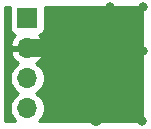
<source format=gbl>
%TF.GenerationSoftware,KiCad,Pcbnew,(5.1.6-0-10_14)*%
%TF.CreationDate,2021-01-06T14:26:18+09:00*%
%TF.ProjectId,qPCR-xtal,71504352-2d78-4746-916c-2e6b69636164,rev?*%
%TF.SameCoordinates,Original*%
%TF.FileFunction,Copper,L2,Bot*%
%TF.FilePolarity,Positive*%
%FSLAX46Y46*%
G04 Gerber Fmt 4.6, Leading zero omitted, Abs format (unit mm)*
G04 Created by KiCad (PCBNEW (5.1.6-0-10_14)) date 2021-01-06 14:26:18*
%MOMM*%
%LPD*%
G01*
G04 APERTURE LIST*
%TA.AperFunction,ComponentPad*%
%ADD10O,1.700000X1.700000*%
%TD*%
%TA.AperFunction,ComponentPad*%
%ADD11R,1.700000X1.700000*%
%TD*%
%TA.AperFunction,ViaPad*%
%ADD12C,0.800000*%
%TD*%
%TA.AperFunction,Conductor*%
%ADD13C,1.524000*%
%TD*%
%TA.AperFunction,Conductor*%
%ADD14C,1.016000*%
%TD*%
%TA.AperFunction,Conductor*%
%ADD15C,0.254000*%
%TD*%
G04 APERTURE END LIST*
D10*
%TO.P,J1,4*%
%TO.N,OUT*%
X132050000Y-122745001D03*
%TO.P,J1,3*%
%TO.N,IN*%
X132050000Y-120205001D03*
%TO.P,J1,2*%
%TO.N,GND*%
X132050000Y-117665001D03*
D11*
%TO.P,J1,1*%
%TO.N,VCC*%
X132050000Y-115125001D03*
%TD*%
D12*
%TO.N,GND*%
X139000000Y-117950000D03*
X141850000Y-117950000D03*
X140500000Y-116500000D03*
X139050000Y-114200000D03*
X141850000Y-114200000D03*
X138950000Y-120750000D03*
X141800000Y-123850000D03*
X137850000Y-123850000D03*
X134300000Y-116950000D03*
%TD*%
D13*
%TO.N,GND*%
X135865001Y-117665001D02*
X138950000Y-120750000D01*
X132050000Y-117665001D02*
X135865001Y-117665001D01*
D14*
X138950000Y-122641990D02*
X137850000Y-123741990D01*
X138950000Y-120750000D02*
X138950000Y-122641990D01*
%TD*%
D15*
%TO.N,GND*%
G36*
X130561928Y-114275001D02*
G01*
X130561928Y-115975001D01*
X130574188Y-116099483D01*
X130610498Y-116219181D01*
X130669463Y-116329495D01*
X130748815Y-116426186D01*
X130845506Y-116505538D01*
X130955820Y-116564503D01*
X131036466Y-116588967D01*
X130952412Y-116664732D01*
X130778359Y-116898081D01*
X130653175Y-117160902D01*
X130608524Y-117308111D01*
X130729845Y-117538001D01*
X131923000Y-117538001D01*
X131923000Y-117518001D01*
X132177000Y-117518001D01*
X132177000Y-117538001D01*
X133370155Y-117538001D01*
X133491476Y-117308111D01*
X133446825Y-117160902D01*
X133321641Y-116898081D01*
X133147588Y-116664732D01*
X133063534Y-116588967D01*
X133144180Y-116564503D01*
X133254494Y-116505538D01*
X133351185Y-116426186D01*
X133430537Y-116329495D01*
X133489502Y-116219181D01*
X133525812Y-116099483D01*
X133538072Y-115975001D01*
X133538072Y-114275001D01*
X133529208Y-114185000D01*
X141815001Y-114185000D01*
X141815000Y-123815000D01*
X133080108Y-123815000D01*
X133203475Y-123691633D01*
X133365990Y-123448412D01*
X133477932Y-123178159D01*
X133535000Y-122891261D01*
X133535000Y-122598741D01*
X133477932Y-122311843D01*
X133365990Y-122041590D01*
X133203475Y-121798369D01*
X132996632Y-121591526D01*
X132822240Y-121475001D01*
X132996632Y-121358476D01*
X133203475Y-121151633D01*
X133365990Y-120908412D01*
X133477932Y-120638159D01*
X133535000Y-120351261D01*
X133535000Y-120058741D01*
X133477932Y-119771843D01*
X133365990Y-119501590D01*
X133203475Y-119258369D01*
X132996632Y-119051526D01*
X132814466Y-118929806D01*
X132931355Y-118860179D01*
X133147588Y-118665270D01*
X133321641Y-118431921D01*
X133446825Y-118169100D01*
X133491476Y-118021891D01*
X133370155Y-117792001D01*
X132177000Y-117792001D01*
X132177000Y-117812001D01*
X131923000Y-117812001D01*
X131923000Y-117792001D01*
X130729845Y-117792001D01*
X130608524Y-118021891D01*
X130653175Y-118169100D01*
X130778359Y-118431921D01*
X130952412Y-118665270D01*
X131168645Y-118860179D01*
X131285534Y-118929806D01*
X131103368Y-119051526D01*
X130896525Y-119258369D01*
X130734010Y-119501590D01*
X130622068Y-119771843D01*
X130565000Y-120058741D01*
X130565000Y-120351261D01*
X130622068Y-120638159D01*
X130734010Y-120908412D01*
X130896525Y-121151633D01*
X131103368Y-121358476D01*
X131277760Y-121475001D01*
X131103368Y-121591526D01*
X130896525Y-121798369D01*
X130734010Y-122041590D01*
X130622068Y-122311843D01*
X130565000Y-122598741D01*
X130565000Y-122891261D01*
X130622068Y-123178159D01*
X130734010Y-123448412D01*
X130896525Y-123691633D01*
X131019892Y-123815000D01*
X130185000Y-123815000D01*
X130185000Y-114185000D01*
X130570792Y-114185000D01*
X130561928Y-114275001D01*
G37*
X130561928Y-114275001D02*
X130561928Y-115975001D01*
X130574188Y-116099483D01*
X130610498Y-116219181D01*
X130669463Y-116329495D01*
X130748815Y-116426186D01*
X130845506Y-116505538D01*
X130955820Y-116564503D01*
X131036466Y-116588967D01*
X130952412Y-116664732D01*
X130778359Y-116898081D01*
X130653175Y-117160902D01*
X130608524Y-117308111D01*
X130729845Y-117538001D01*
X131923000Y-117538001D01*
X131923000Y-117518001D01*
X132177000Y-117518001D01*
X132177000Y-117538001D01*
X133370155Y-117538001D01*
X133491476Y-117308111D01*
X133446825Y-117160902D01*
X133321641Y-116898081D01*
X133147588Y-116664732D01*
X133063534Y-116588967D01*
X133144180Y-116564503D01*
X133254494Y-116505538D01*
X133351185Y-116426186D01*
X133430537Y-116329495D01*
X133489502Y-116219181D01*
X133525812Y-116099483D01*
X133538072Y-115975001D01*
X133538072Y-114275001D01*
X133529208Y-114185000D01*
X141815001Y-114185000D01*
X141815000Y-123815000D01*
X133080108Y-123815000D01*
X133203475Y-123691633D01*
X133365990Y-123448412D01*
X133477932Y-123178159D01*
X133535000Y-122891261D01*
X133535000Y-122598741D01*
X133477932Y-122311843D01*
X133365990Y-122041590D01*
X133203475Y-121798369D01*
X132996632Y-121591526D01*
X132822240Y-121475001D01*
X132996632Y-121358476D01*
X133203475Y-121151633D01*
X133365990Y-120908412D01*
X133477932Y-120638159D01*
X133535000Y-120351261D01*
X133535000Y-120058741D01*
X133477932Y-119771843D01*
X133365990Y-119501590D01*
X133203475Y-119258369D01*
X132996632Y-119051526D01*
X132814466Y-118929806D01*
X132931355Y-118860179D01*
X133147588Y-118665270D01*
X133321641Y-118431921D01*
X133446825Y-118169100D01*
X133491476Y-118021891D01*
X133370155Y-117792001D01*
X132177000Y-117792001D01*
X132177000Y-117812001D01*
X131923000Y-117812001D01*
X131923000Y-117792001D01*
X130729845Y-117792001D01*
X130608524Y-118021891D01*
X130653175Y-118169100D01*
X130778359Y-118431921D01*
X130952412Y-118665270D01*
X131168645Y-118860179D01*
X131285534Y-118929806D01*
X131103368Y-119051526D01*
X130896525Y-119258369D01*
X130734010Y-119501590D01*
X130622068Y-119771843D01*
X130565000Y-120058741D01*
X130565000Y-120351261D01*
X130622068Y-120638159D01*
X130734010Y-120908412D01*
X130896525Y-121151633D01*
X131103368Y-121358476D01*
X131277760Y-121475001D01*
X131103368Y-121591526D01*
X130896525Y-121798369D01*
X130734010Y-122041590D01*
X130622068Y-122311843D01*
X130565000Y-122598741D01*
X130565000Y-122891261D01*
X130622068Y-123178159D01*
X130734010Y-123448412D01*
X130896525Y-123691633D01*
X131019892Y-123815000D01*
X130185000Y-123815000D01*
X130185000Y-114185000D01*
X130570792Y-114185000D01*
X130561928Y-114275001D01*
%TD*%
M02*

</source>
